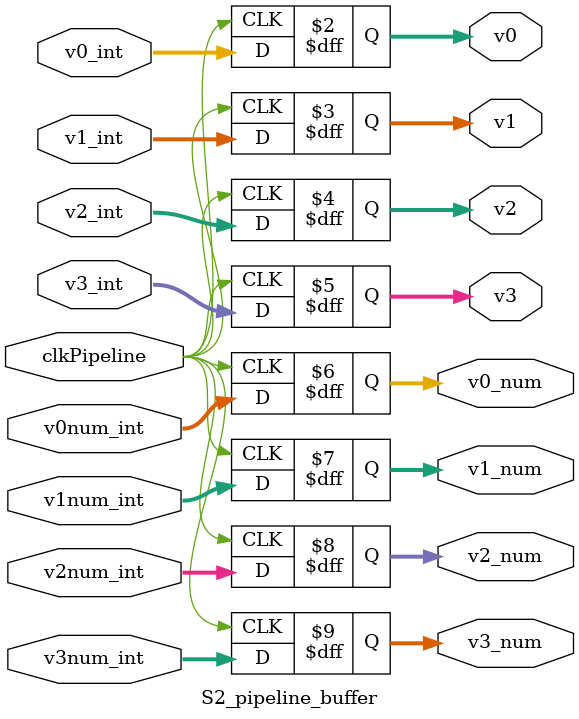
<source format=v>
module S2_pipeline_buffer(clkPipeline, v0_int, v1_int, v2_int, v3_int, v0num_int, v1num_int, v2num_int, v3num_int, v0, v1, v2, v3, v0_num, v1_num, v2_num, v3_num);

input clkPipeline;

input [15:0] v0_int, v1_int, v2_int, v3_int;
input [4:0] v0num_int, v1num_int, v2num_int, v3num_int;

output reg [15:0] v0, v1, v2, v3;
output reg [4:0] v0_num, v1_num, v2_num, v3_num;

always @(posedge clkPipeline)
begin
	v0 <= v0_int;
	v1 <= v1_int;
	v2 <= v2_int;
	v3 <= v3_int;
	v0_num <= v0num_int;
	v1_num <= v1num_int;
	v2_num <= v2num_int;
	v3_num <= v3num_int;
end

endmodule

</source>
